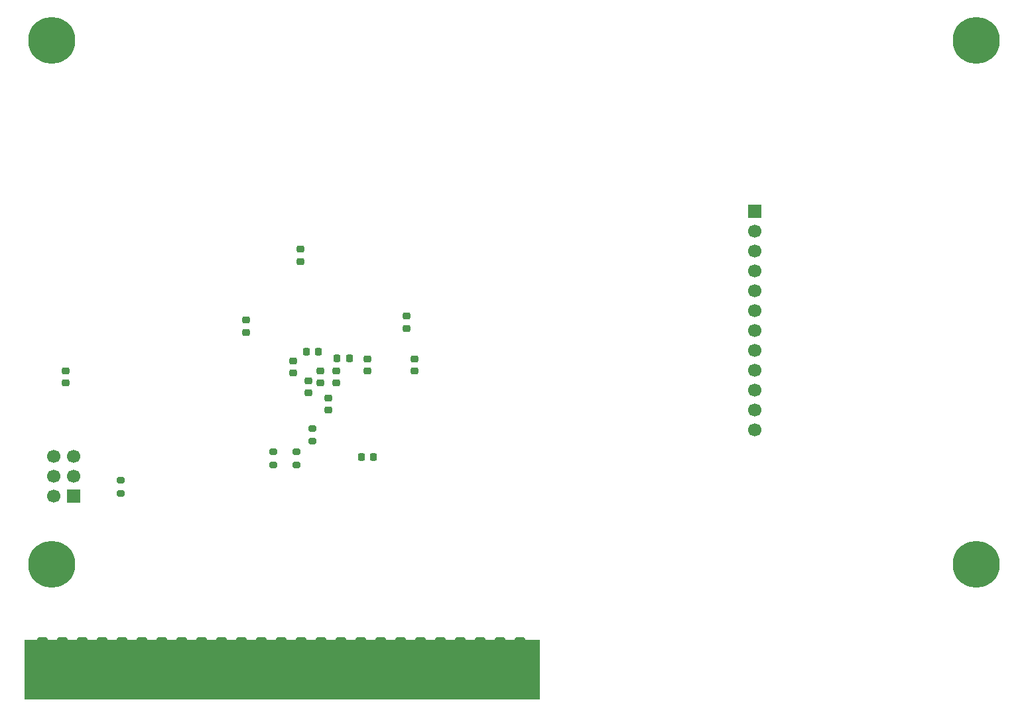
<source format=gbr>
%TF.GenerationSoftware,KiCad,Pcbnew,9.0.5*%
%TF.CreationDate,2025-12-06T10:01:17-08:00*%
%TF.ProjectId,project_byte_hamr,70726f6a-6563-4745-9f62-7974655f6861,rev?*%
%TF.SameCoordinates,Original*%
%TF.FileFunction,Soldermask,Bot*%
%TF.FilePolarity,Negative*%
%FSLAX46Y46*%
G04 Gerber Fmt 4.6, Leading zero omitted, Abs format (unit mm)*
G04 Created by KiCad (PCBNEW 9.0.5) date 2025-12-06 10:01:17*
%MOMM*%
%LPD*%
G01*
G04 APERTURE LIST*
G04 Aperture macros list*
%AMRoundRect*
0 Rectangle with rounded corners*
0 $1 Rounding radius*
0 $2 $3 $4 $5 $6 $7 $8 $9 X,Y pos of 4 corners*
0 Add a 4 corners polygon primitive as box body*
4,1,4,$2,$3,$4,$5,$6,$7,$8,$9,$2,$3,0*
0 Add four circle primitives for the rounded corners*
1,1,$1+$1,$2,$3*
1,1,$1+$1,$4,$5*
1,1,$1+$1,$6,$7*
1,1,$1+$1,$8,$9*
0 Add four rect primitives between the rounded corners*
20,1,$1+$1,$2,$3,$4,$5,0*
20,1,$1+$1,$4,$5,$6,$7,0*
20,1,$1+$1,$6,$7,$8,$9,0*
20,1,$1+$1,$8,$9,$2,$3,0*%
G04 Aperture macros list end*
%ADD10C,0.050000*%
%ADD11R,1.700000X1.700000*%
%ADD12C,1.700000*%
%ADD13C,6.000000*%
%ADD14RoundRect,0.350000X0.350000X3.206000X-0.350000X3.206000X-0.350000X-3.206000X0.350000X-3.206000X0*%
%ADD15RoundRect,0.225000X0.250000X-0.225000X0.250000X0.225000X-0.250000X0.225000X-0.250000X-0.225000X0*%
%ADD16RoundRect,0.225000X-0.250000X0.225000X-0.250000X-0.225000X0.250000X-0.225000X0.250000X0.225000X0*%
%ADD17RoundRect,0.200000X0.275000X-0.200000X0.275000X0.200000X-0.275000X0.200000X-0.275000X-0.200000X0*%
%ADD18RoundRect,0.225000X-0.225000X-0.250000X0.225000X-0.250000X0.225000X0.250000X-0.225000X0.250000X0*%
%ADD19RoundRect,0.225000X0.225000X0.250000X-0.225000X0.250000X-0.225000X-0.250000X0.225000X-0.250000X0*%
G04 APERTURE END LIST*
%TO.C,J3*%
D10*
X50253325Y-130405513D02*
X115912325Y-130405513D01*
X115912325Y-137898513D01*
X50253325Y-137898513D01*
X50253325Y-130405513D01*
G36*
X50253325Y-130405513D02*
G01*
X115912325Y-130405513D01*
X115912325Y-137898513D01*
X50253325Y-137898513D01*
X50253325Y-130405513D01*
G37*
%TD*%
D11*
%TO.C,J1*%
X143500000Y-75560000D03*
D12*
X143500000Y-78100000D03*
X143500000Y-80640000D03*
X143500000Y-83180000D03*
X143500000Y-85720000D03*
X143500000Y-88260000D03*
X143500000Y-90800000D03*
X143500000Y-93340000D03*
X143500000Y-95880000D03*
X143500000Y-98420000D03*
X143500000Y-100960000D03*
X143500000Y-103500000D03*
%TD*%
D13*
%TO.C,H2*%
X171750000Y-53750000D03*
%TD*%
D14*
%TO.C,J3*%
X113499325Y-133580513D03*
X110959325Y-133580513D03*
X108419325Y-133580513D03*
X105879325Y-133580513D03*
X103339325Y-133580513D03*
X100799325Y-133580513D03*
X98259325Y-133580513D03*
X95719325Y-133580513D03*
X93179325Y-133580513D03*
X90639325Y-133580513D03*
X88099325Y-133580513D03*
X85559325Y-133580513D03*
X83019325Y-133580513D03*
X80479325Y-133580513D03*
X77939325Y-133580513D03*
X75399325Y-133580513D03*
X72859325Y-133580513D03*
X70319325Y-133580513D03*
X67779325Y-133580513D03*
X65239325Y-133580513D03*
X62699325Y-133580513D03*
X60159325Y-133580513D03*
X57619325Y-133580513D03*
X55079325Y-133580513D03*
X52539325Y-133580513D03*
%TD*%
D13*
%TO.C,H1*%
X53750000Y-53750000D03*
%TD*%
%TO.C,H4*%
X53750000Y-120750000D03*
%TD*%
D11*
%TO.C,J4*%
X56500000Y-112000000D03*
D12*
X53960000Y-112000000D03*
X56500000Y-109460000D03*
X53960000Y-109460000D03*
X56500000Y-106920000D03*
X53960000Y-106920000D03*
%TD*%
D13*
%TO.C,H3*%
X171750000Y-120750000D03*
%TD*%
D15*
%TO.C,C25*%
X89000000Y-101000000D03*
X89000000Y-99450000D03*
%TD*%
D16*
%TO.C,C33*%
X100000000Y-94450000D03*
X100000000Y-96000000D03*
%TD*%
D17*
%TO.C,R31*%
X85000000Y-108000000D03*
X85000000Y-106350000D03*
%TD*%
D16*
%TO.C,C27*%
X90000000Y-95950000D03*
X90000000Y-97500000D03*
%TD*%
D18*
%TO.C,C51*%
X93225000Y-107000000D03*
X94775000Y-107000000D03*
%TD*%
D17*
%TO.C,R32*%
X82000000Y-108000000D03*
X82000000Y-106350000D03*
%TD*%
D15*
%TO.C,C50*%
X99000000Y-90550000D03*
X99000000Y-89000000D03*
%TD*%
D19*
%TO.C,C31*%
X87775000Y-93500000D03*
X86225000Y-93500000D03*
%TD*%
D16*
%TO.C,C28*%
X88000000Y-95950000D03*
X88000000Y-97500000D03*
%TD*%
D17*
%TO.C,R27*%
X62500000Y-111650000D03*
X62500000Y-110000000D03*
%TD*%
D16*
%TO.C,C30*%
X94000000Y-94450000D03*
X94000000Y-96000000D03*
%TD*%
D18*
%TO.C,C53*%
X90150070Y-94349930D03*
X91700070Y-94349930D03*
%TD*%
D16*
%TO.C,C29*%
X84500000Y-94725000D03*
X84500000Y-96275000D03*
%TD*%
%TO.C,C52*%
X85500000Y-80450000D03*
X85500000Y-82000000D03*
%TD*%
%TO.C,C49*%
X78500000Y-89500000D03*
X78500000Y-91050000D03*
%TD*%
D15*
%TO.C,C35*%
X55500000Y-97500000D03*
X55500000Y-95950000D03*
%TD*%
D16*
%TO.C,C26*%
X86500000Y-97225000D03*
X86500000Y-98775000D03*
%TD*%
D17*
%TO.C,R33*%
X87000000Y-105000000D03*
X87000000Y-103350000D03*
%TD*%
M02*

</source>
